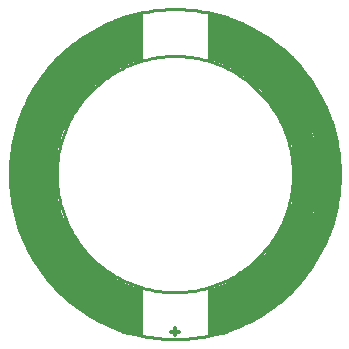
<source format=gbo>
G75*
%MOIN*%
%OFA0B0*%
%FSLAX25Y25*%
%IPPOS*%
%LPD*%
%AMOC8*
5,1,8,0,0,1.08239X$1,22.5*
%
%ADD10C,0.01000*%
%ADD11C,0.01500*%
%ADD12C,0.01200*%
D10*
X0044000Y0006500D02*
X0049000Y0021500D01*
X0050250Y0021500D01*
X0050250Y0005250D01*
X0044000Y0006500D01*
X0044037Y0006493D02*
X0050250Y0006493D01*
X0050250Y0007491D02*
X0044330Y0007491D01*
X0044663Y0008490D02*
X0050250Y0008490D01*
X0050250Y0009488D02*
X0044996Y0009488D01*
X0045329Y0010487D02*
X0050250Y0010487D01*
X0050250Y0011485D02*
X0045662Y0011485D01*
X0045995Y0012484D02*
X0050250Y0012484D01*
X0050250Y0013482D02*
X0046327Y0013482D01*
X0046660Y0014481D02*
X0050250Y0014481D01*
X0050250Y0015479D02*
X0046993Y0015479D01*
X0047326Y0016478D02*
X0050250Y0016478D01*
X0050250Y0017476D02*
X0047659Y0017476D01*
X0047992Y0018475D02*
X0050250Y0018475D01*
X0050250Y0019473D02*
X0048324Y0019473D01*
X0048657Y0020472D02*
X0050250Y0020472D01*
X0050250Y0021470D02*
X0048990Y0021470D01*
X0049030Y0005494D02*
X0050250Y0005494D01*
X0072750Y0005494D02*
X0073970Y0005494D01*
X0072750Y0005250D02*
X0079000Y0006500D01*
X0074000Y0021500D01*
X0072750Y0021500D01*
X0072750Y0005250D01*
X0072750Y0006493D02*
X0078963Y0006493D01*
X0078670Y0007491D02*
X0072750Y0007491D01*
X0072750Y0008490D02*
X0078337Y0008490D01*
X0078004Y0009488D02*
X0072750Y0009488D01*
X0072750Y0010487D02*
X0077671Y0010487D01*
X0077338Y0011485D02*
X0072750Y0011485D01*
X0072750Y0012484D02*
X0077005Y0012484D01*
X0076673Y0013482D02*
X0072750Y0013482D01*
X0072750Y0014481D02*
X0076340Y0014481D01*
X0076007Y0015479D02*
X0072750Y0015479D01*
X0072750Y0016478D02*
X0075674Y0016478D01*
X0075341Y0017476D02*
X0072750Y0017476D01*
X0072750Y0018475D02*
X0075008Y0018475D01*
X0074676Y0019473D02*
X0072750Y0019473D01*
X0072750Y0020472D02*
X0074343Y0020472D01*
X0074010Y0021470D02*
X0072750Y0021470D01*
X0022100Y0059000D02*
X0022112Y0059967D01*
X0022147Y0060933D01*
X0022207Y0061898D01*
X0022290Y0062862D01*
X0022396Y0063823D01*
X0022526Y0064781D01*
X0022680Y0065736D01*
X0022857Y0066687D01*
X0023057Y0067633D01*
X0023281Y0068573D01*
X0023527Y0069508D01*
X0023797Y0070437D01*
X0024089Y0071359D01*
X0024403Y0072273D01*
X0024740Y0073180D01*
X0025099Y0074078D01*
X0025480Y0074967D01*
X0025883Y0075846D01*
X0026307Y0076715D01*
X0026752Y0077573D01*
X0027219Y0078420D01*
X0027705Y0079256D01*
X0028213Y0080079D01*
X0028740Y0080889D01*
X0029287Y0081687D01*
X0029854Y0082471D01*
X0030439Y0083240D01*
X0031043Y0083995D01*
X0031666Y0084735D01*
X0032307Y0085459D01*
X0032965Y0086168D01*
X0033640Y0086860D01*
X0034332Y0087535D01*
X0035041Y0088193D01*
X0035765Y0088834D01*
X0036505Y0089457D01*
X0037260Y0090061D01*
X0038029Y0090646D01*
X0038813Y0091213D01*
X0039611Y0091760D01*
X0040421Y0092287D01*
X0041244Y0092795D01*
X0042080Y0093281D01*
X0042927Y0093748D01*
X0043785Y0094193D01*
X0044654Y0094617D01*
X0045533Y0095020D01*
X0046422Y0095401D01*
X0047320Y0095760D01*
X0048227Y0096097D01*
X0049141Y0096411D01*
X0050063Y0096703D01*
X0050992Y0096973D01*
X0051927Y0097219D01*
X0052867Y0097443D01*
X0053813Y0097643D01*
X0054764Y0097820D01*
X0055719Y0097974D01*
X0056677Y0098104D01*
X0057638Y0098210D01*
X0058602Y0098293D01*
X0059567Y0098353D01*
X0060533Y0098388D01*
X0061500Y0098400D01*
X0062467Y0098388D01*
X0063433Y0098353D01*
X0064398Y0098293D01*
X0065362Y0098210D01*
X0066323Y0098104D01*
X0067281Y0097974D01*
X0068236Y0097820D01*
X0069187Y0097643D01*
X0070133Y0097443D01*
X0071073Y0097219D01*
X0072008Y0096973D01*
X0072937Y0096703D01*
X0073859Y0096411D01*
X0074773Y0096097D01*
X0075680Y0095760D01*
X0076578Y0095401D01*
X0077467Y0095020D01*
X0078346Y0094617D01*
X0079215Y0094193D01*
X0080073Y0093748D01*
X0080920Y0093281D01*
X0081756Y0092795D01*
X0082579Y0092287D01*
X0083389Y0091760D01*
X0084187Y0091213D01*
X0084971Y0090646D01*
X0085740Y0090061D01*
X0086495Y0089457D01*
X0087235Y0088834D01*
X0087959Y0088193D01*
X0088668Y0087535D01*
X0089360Y0086860D01*
X0090035Y0086168D01*
X0090693Y0085459D01*
X0091334Y0084735D01*
X0091957Y0083995D01*
X0092561Y0083240D01*
X0093146Y0082471D01*
X0093713Y0081687D01*
X0094260Y0080889D01*
X0094787Y0080079D01*
X0095295Y0079256D01*
X0095781Y0078420D01*
X0096248Y0077573D01*
X0096693Y0076715D01*
X0097117Y0075846D01*
X0097520Y0074967D01*
X0097901Y0074078D01*
X0098260Y0073180D01*
X0098597Y0072273D01*
X0098911Y0071359D01*
X0099203Y0070437D01*
X0099473Y0069508D01*
X0099719Y0068573D01*
X0099943Y0067633D01*
X0100143Y0066687D01*
X0100320Y0065736D01*
X0100474Y0064781D01*
X0100604Y0063823D01*
X0100710Y0062862D01*
X0100793Y0061898D01*
X0100853Y0060933D01*
X0100888Y0059967D01*
X0100900Y0059000D01*
X0100888Y0058033D01*
X0100853Y0057067D01*
X0100793Y0056102D01*
X0100710Y0055138D01*
X0100604Y0054177D01*
X0100474Y0053219D01*
X0100320Y0052264D01*
X0100143Y0051313D01*
X0099943Y0050367D01*
X0099719Y0049427D01*
X0099473Y0048492D01*
X0099203Y0047563D01*
X0098911Y0046641D01*
X0098597Y0045727D01*
X0098260Y0044820D01*
X0097901Y0043922D01*
X0097520Y0043033D01*
X0097117Y0042154D01*
X0096693Y0041285D01*
X0096248Y0040427D01*
X0095781Y0039580D01*
X0095295Y0038744D01*
X0094787Y0037921D01*
X0094260Y0037111D01*
X0093713Y0036313D01*
X0093146Y0035529D01*
X0092561Y0034760D01*
X0091957Y0034005D01*
X0091334Y0033265D01*
X0090693Y0032541D01*
X0090035Y0031832D01*
X0089360Y0031140D01*
X0088668Y0030465D01*
X0087959Y0029807D01*
X0087235Y0029166D01*
X0086495Y0028543D01*
X0085740Y0027939D01*
X0084971Y0027354D01*
X0084187Y0026787D01*
X0083389Y0026240D01*
X0082579Y0025713D01*
X0081756Y0025205D01*
X0080920Y0024719D01*
X0080073Y0024252D01*
X0079215Y0023807D01*
X0078346Y0023383D01*
X0077467Y0022980D01*
X0076578Y0022599D01*
X0075680Y0022240D01*
X0074773Y0021903D01*
X0073859Y0021589D01*
X0072937Y0021297D01*
X0072008Y0021027D01*
X0071073Y0020781D01*
X0070133Y0020557D01*
X0069187Y0020357D01*
X0068236Y0020180D01*
X0067281Y0020026D01*
X0066323Y0019896D01*
X0065362Y0019790D01*
X0064398Y0019707D01*
X0063433Y0019647D01*
X0062467Y0019612D01*
X0061500Y0019600D01*
X0060533Y0019612D01*
X0059567Y0019647D01*
X0058602Y0019707D01*
X0057638Y0019790D01*
X0056677Y0019896D01*
X0055719Y0020026D01*
X0054764Y0020180D01*
X0053813Y0020357D01*
X0052867Y0020557D01*
X0051927Y0020781D01*
X0050992Y0021027D01*
X0050063Y0021297D01*
X0049141Y0021589D01*
X0048227Y0021903D01*
X0047320Y0022240D01*
X0046422Y0022599D01*
X0045533Y0022980D01*
X0044654Y0023383D01*
X0043785Y0023807D01*
X0042927Y0024252D01*
X0042080Y0024719D01*
X0041244Y0025205D01*
X0040421Y0025713D01*
X0039611Y0026240D01*
X0038813Y0026787D01*
X0038029Y0027354D01*
X0037260Y0027939D01*
X0036505Y0028543D01*
X0035765Y0029166D01*
X0035041Y0029807D01*
X0034332Y0030465D01*
X0033640Y0031140D01*
X0032965Y0031832D01*
X0032307Y0032541D01*
X0031666Y0033265D01*
X0031043Y0034005D01*
X0030439Y0034760D01*
X0029854Y0035529D01*
X0029287Y0036313D01*
X0028740Y0037111D01*
X0028213Y0037921D01*
X0027705Y0038744D01*
X0027219Y0039580D01*
X0026752Y0040427D01*
X0026307Y0041285D01*
X0025883Y0042154D01*
X0025480Y0043033D01*
X0025099Y0043922D01*
X0024740Y0044820D01*
X0024403Y0045727D01*
X0024089Y0046641D01*
X0023797Y0047563D01*
X0023527Y0048492D01*
X0023281Y0049427D01*
X0023057Y0050367D01*
X0022857Y0051313D01*
X0022680Y0052264D01*
X0022526Y0053219D01*
X0022396Y0054177D01*
X0022290Y0055138D01*
X0022207Y0056102D01*
X0022147Y0057067D01*
X0022112Y0058033D01*
X0022100Y0059000D01*
X0049000Y0096500D02*
X0044000Y0111500D01*
X0050250Y0112750D01*
X0050250Y0097750D01*
X0049000Y0096500D01*
X0048714Y0097357D02*
X0049857Y0097357D01*
X0050250Y0098356D02*
X0048381Y0098356D01*
X0048049Y0099354D02*
X0050250Y0099354D01*
X0050250Y0100353D02*
X0047716Y0100353D01*
X0047383Y0101351D02*
X0050250Y0101351D01*
X0050250Y0102350D02*
X0047050Y0102350D01*
X0046717Y0103348D02*
X0050250Y0103348D01*
X0050250Y0104347D02*
X0046384Y0104347D01*
X0046052Y0105345D02*
X0050250Y0105345D01*
X0050250Y0106344D02*
X0045719Y0106344D01*
X0045386Y0107342D02*
X0050250Y0107342D01*
X0050250Y0108341D02*
X0045053Y0108341D01*
X0044720Y0109339D02*
X0050250Y0109339D01*
X0050250Y0110338D02*
X0044387Y0110338D01*
X0044055Y0111336D02*
X0050250Y0111336D01*
X0050250Y0112335D02*
X0048174Y0112335D01*
X0072750Y0112335D02*
X0074826Y0112335D01*
X0072750Y0112750D02*
X0079000Y0111500D01*
X0074000Y0096500D01*
X0072750Y0097750D01*
X0072750Y0112750D01*
X0072750Y0111336D02*
X0078945Y0111336D01*
X0078613Y0110338D02*
X0072750Y0110338D01*
X0072750Y0109339D02*
X0078280Y0109339D01*
X0077947Y0108341D02*
X0072750Y0108341D01*
X0072750Y0107342D02*
X0077614Y0107342D01*
X0077281Y0106344D02*
X0072750Y0106344D01*
X0072750Y0105345D02*
X0076948Y0105345D01*
X0076616Y0104347D02*
X0072750Y0104347D01*
X0072750Y0103348D02*
X0076283Y0103348D01*
X0075950Y0102350D02*
X0072750Y0102350D01*
X0072750Y0101351D02*
X0075617Y0101351D01*
X0075284Y0100353D02*
X0072750Y0100353D01*
X0072750Y0099354D02*
X0074951Y0099354D01*
X0074619Y0098356D02*
X0072750Y0098356D01*
X0073143Y0097357D02*
X0074286Y0097357D01*
X0006500Y0059000D02*
X0006517Y0060350D01*
X0006566Y0061699D01*
X0006649Y0063046D01*
X0006765Y0064391D01*
X0006914Y0065733D01*
X0007095Y0067070D01*
X0007310Y0068403D01*
X0007557Y0069730D01*
X0007836Y0071051D01*
X0008148Y0072364D01*
X0008492Y0073669D01*
X0008868Y0074966D01*
X0009276Y0076252D01*
X0009715Y0077529D01*
X0010185Y0078794D01*
X0010687Y0080048D01*
X0011218Y0081288D01*
X0011781Y0082516D01*
X0012373Y0083729D01*
X0012994Y0084927D01*
X0013645Y0086109D01*
X0014325Y0087276D01*
X0015033Y0088425D01*
X0015769Y0089556D01*
X0016533Y0090669D01*
X0017324Y0091763D01*
X0018141Y0092838D01*
X0018984Y0093892D01*
X0019854Y0094925D01*
X0020748Y0095936D01*
X0021666Y0096925D01*
X0022609Y0097891D01*
X0023575Y0098834D01*
X0024564Y0099752D01*
X0025575Y0100646D01*
X0026608Y0101516D01*
X0027662Y0102359D01*
X0028737Y0103176D01*
X0029831Y0103967D01*
X0030944Y0104731D01*
X0032075Y0105467D01*
X0033224Y0106175D01*
X0034391Y0106855D01*
X0035573Y0107506D01*
X0036771Y0108127D01*
X0037984Y0108719D01*
X0039212Y0109282D01*
X0040452Y0109813D01*
X0041706Y0110315D01*
X0042971Y0110785D01*
X0044248Y0111224D01*
X0045534Y0111632D01*
X0046831Y0112008D01*
X0048136Y0112352D01*
X0049449Y0112664D01*
X0050770Y0112943D01*
X0052097Y0113190D01*
X0053430Y0113405D01*
X0054767Y0113586D01*
X0056109Y0113735D01*
X0057454Y0113851D01*
X0058801Y0113934D01*
X0060150Y0113983D01*
X0061500Y0114000D01*
X0062850Y0113983D01*
X0064199Y0113934D01*
X0065546Y0113851D01*
X0066891Y0113735D01*
X0068233Y0113586D01*
X0069570Y0113405D01*
X0070903Y0113190D01*
X0072230Y0112943D01*
X0073551Y0112664D01*
X0074864Y0112352D01*
X0076169Y0112008D01*
X0077466Y0111632D01*
X0078752Y0111224D01*
X0080029Y0110785D01*
X0081294Y0110315D01*
X0082548Y0109813D01*
X0083788Y0109282D01*
X0085016Y0108719D01*
X0086229Y0108127D01*
X0087427Y0107506D01*
X0088609Y0106855D01*
X0089776Y0106175D01*
X0090925Y0105467D01*
X0092056Y0104731D01*
X0093169Y0103967D01*
X0094263Y0103176D01*
X0095338Y0102359D01*
X0096392Y0101516D01*
X0097425Y0100646D01*
X0098436Y0099752D01*
X0099425Y0098834D01*
X0100391Y0097891D01*
X0101334Y0096925D01*
X0102252Y0095936D01*
X0103146Y0094925D01*
X0104016Y0093892D01*
X0104859Y0092838D01*
X0105676Y0091763D01*
X0106467Y0090669D01*
X0107231Y0089556D01*
X0107967Y0088425D01*
X0108675Y0087276D01*
X0109355Y0086109D01*
X0110006Y0084927D01*
X0110627Y0083729D01*
X0111219Y0082516D01*
X0111782Y0081288D01*
X0112313Y0080048D01*
X0112815Y0078794D01*
X0113285Y0077529D01*
X0113724Y0076252D01*
X0114132Y0074966D01*
X0114508Y0073669D01*
X0114852Y0072364D01*
X0115164Y0071051D01*
X0115443Y0069730D01*
X0115690Y0068403D01*
X0115905Y0067070D01*
X0116086Y0065733D01*
X0116235Y0064391D01*
X0116351Y0063046D01*
X0116434Y0061699D01*
X0116483Y0060350D01*
X0116500Y0059000D01*
X0116483Y0057650D01*
X0116434Y0056301D01*
X0116351Y0054954D01*
X0116235Y0053609D01*
X0116086Y0052267D01*
X0115905Y0050930D01*
X0115690Y0049597D01*
X0115443Y0048270D01*
X0115164Y0046949D01*
X0114852Y0045636D01*
X0114508Y0044331D01*
X0114132Y0043034D01*
X0113724Y0041748D01*
X0113285Y0040471D01*
X0112815Y0039206D01*
X0112313Y0037952D01*
X0111782Y0036712D01*
X0111219Y0035484D01*
X0110627Y0034271D01*
X0110006Y0033073D01*
X0109355Y0031891D01*
X0108675Y0030724D01*
X0107967Y0029575D01*
X0107231Y0028444D01*
X0106467Y0027331D01*
X0105676Y0026237D01*
X0104859Y0025162D01*
X0104016Y0024108D01*
X0103146Y0023075D01*
X0102252Y0022064D01*
X0101334Y0021075D01*
X0100391Y0020109D01*
X0099425Y0019166D01*
X0098436Y0018248D01*
X0097425Y0017354D01*
X0096392Y0016484D01*
X0095338Y0015641D01*
X0094263Y0014824D01*
X0093169Y0014033D01*
X0092056Y0013269D01*
X0090925Y0012533D01*
X0089776Y0011825D01*
X0088609Y0011145D01*
X0087427Y0010494D01*
X0086229Y0009873D01*
X0085016Y0009281D01*
X0083788Y0008718D01*
X0082548Y0008187D01*
X0081294Y0007685D01*
X0080029Y0007215D01*
X0078752Y0006776D01*
X0077466Y0006368D01*
X0076169Y0005992D01*
X0074864Y0005648D01*
X0073551Y0005336D01*
X0072230Y0005057D01*
X0070903Y0004810D01*
X0069570Y0004595D01*
X0068233Y0004414D01*
X0066891Y0004265D01*
X0065546Y0004149D01*
X0064199Y0004066D01*
X0062850Y0004017D01*
X0061500Y0004000D01*
X0060150Y0004017D01*
X0058801Y0004066D01*
X0057454Y0004149D01*
X0056109Y0004265D01*
X0054767Y0004414D01*
X0053430Y0004595D01*
X0052097Y0004810D01*
X0050770Y0005057D01*
X0049449Y0005336D01*
X0048136Y0005648D01*
X0046831Y0005992D01*
X0045534Y0006368D01*
X0044248Y0006776D01*
X0042971Y0007215D01*
X0041706Y0007685D01*
X0040452Y0008187D01*
X0039212Y0008718D01*
X0037984Y0009281D01*
X0036771Y0009873D01*
X0035573Y0010494D01*
X0034391Y0011145D01*
X0033224Y0011825D01*
X0032075Y0012533D01*
X0030944Y0013269D01*
X0029831Y0014033D01*
X0028737Y0014824D01*
X0027662Y0015641D01*
X0026608Y0016484D01*
X0025575Y0017354D01*
X0024564Y0018248D01*
X0023575Y0019166D01*
X0022609Y0020109D01*
X0021666Y0021075D01*
X0020748Y0022064D01*
X0019854Y0023075D01*
X0018984Y0024108D01*
X0018141Y0025162D01*
X0017324Y0026237D01*
X0016533Y0027331D01*
X0015769Y0028444D01*
X0015033Y0029575D01*
X0014325Y0030724D01*
X0013645Y0031891D01*
X0012994Y0033073D01*
X0012373Y0034271D01*
X0011781Y0035484D01*
X0011218Y0036712D01*
X0010687Y0037952D01*
X0010185Y0039206D01*
X0009715Y0040471D01*
X0009276Y0041748D01*
X0008868Y0043034D01*
X0008492Y0044331D01*
X0008148Y0045636D01*
X0007836Y0046949D01*
X0007557Y0048270D01*
X0007310Y0049597D01*
X0007095Y0050930D01*
X0006914Y0052267D01*
X0006765Y0053609D01*
X0006649Y0054954D01*
X0006566Y0056301D01*
X0006517Y0057650D01*
X0006500Y0059000D01*
D11*
X0079344Y0007839D02*
X0075074Y0020648D01*
X0075075Y0020647D02*
X0076005Y0020990D01*
X0076927Y0021354D01*
X0077840Y0021741D01*
X0078743Y0022151D01*
X0079635Y0022582D01*
X0080517Y0023034D01*
X0081388Y0023508D01*
X0082247Y0024004D01*
X0083094Y0024520D01*
X0083927Y0025056D01*
X0084748Y0025612D01*
X0085554Y0026189D01*
X0086347Y0026785D01*
X0087124Y0027400D01*
X0087887Y0028033D01*
X0088633Y0028686D01*
X0089364Y0029356D01*
X0090078Y0030043D01*
X0090775Y0030748D01*
X0091455Y0031470D01*
X0092117Y0032208D01*
X0092760Y0032962D01*
X0093386Y0033732D01*
X0093992Y0034516D01*
X0094579Y0035315D01*
X0095146Y0036128D01*
X0095693Y0036955D01*
X0096220Y0037794D01*
X0096727Y0038647D01*
X0097212Y0039511D01*
X0097677Y0040387D01*
X0098119Y0041274D01*
X0098540Y0042171D01*
X0098939Y0043079D01*
X0099316Y0043996D01*
X0099671Y0044922D01*
X0100002Y0045856D01*
X0100311Y0046798D01*
X0100597Y0047747D01*
X0100859Y0048703D01*
X0101099Y0049666D01*
X0101314Y0050633D01*
X0101506Y0051606D01*
X0101675Y0052583D01*
X0101819Y0053564D01*
X0101940Y0054548D01*
X0102036Y0055534D01*
X0102109Y0056523D01*
X0102157Y0057513D01*
X0102181Y0058504D01*
X0102181Y0059496D01*
X0102157Y0060487D01*
X0102109Y0061477D01*
X0102036Y0062466D01*
X0101940Y0063452D01*
X0101819Y0064436D01*
X0101675Y0065417D01*
X0101506Y0066394D01*
X0101314Y0067367D01*
X0101099Y0068334D01*
X0100859Y0069297D01*
X0100597Y0070253D01*
X0100311Y0071202D01*
X0100002Y0072144D01*
X0099671Y0073078D01*
X0099316Y0074004D01*
X0098939Y0074921D01*
X0098540Y0075829D01*
X0098119Y0076726D01*
X0097677Y0077613D01*
X0097212Y0078489D01*
X0096727Y0079353D01*
X0096220Y0080206D01*
X0095693Y0081045D01*
X0095146Y0081872D01*
X0094579Y0082685D01*
X0093992Y0083484D01*
X0093386Y0084268D01*
X0092760Y0085038D01*
X0092117Y0085792D01*
X0091455Y0086530D01*
X0090775Y0087252D01*
X0090078Y0087957D01*
X0089364Y0088644D01*
X0088633Y0089314D01*
X0087887Y0089967D01*
X0087124Y0090600D01*
X0086347Y0091215D01*
X0085554Y0091811D01*
X0084748Y0092388D01*
X0083927Y0092944D01*
X0083094Y0093480D01*
X0082247Y0093996D01*
X0081388Y0094492D01*
X0080517Y0094966D01*
X0079635Y0095418D01*
X0078743Y0095849D01*
X0077840Y0096259D01*
X0076927Y0096646D01*
X0076005Y0097010D01*
X0075075Y0097353D01*
X0079344Y0110161D01*
X0080590Y0109710D01*
X0081825Y0109228D01*
X0083047Y0108715D01*
X0084257Y0108174D01*
X0085452Y0107602D01*
X0086634Y0107002D01*
X0087800Y0106373D01*
X0088951Y0105716D01*
X0090085Y0105030D01*
X0091203Y0104317D01*
X0092302Y0103577D01*
X0093383Y0102811D01*
X0094445Y0102018D01*
X0095487Y0101199D01*
X0096509Y0100355D01*
X0097510Y0099487D01*
X0098490Y0098594D01*
X0099447Y0097677D01*
X0100381Y0096738D01*
X0101293Y0095776D01*
X0102180Y0094791D01*
X0103043Y0093786D01*
X0103882Y0092759D01*
X0104695Y0091713D01*
X0105482Y0090647D01*
X0106243Y0089561D01*
X0106977Y0088458D01*
X0107684Y0087337D01*
X0108363Y0086199D01*
X0109014Y0085045D01*
X0109637Y0083875D01*
X0110231Y0082690D01*
X0110796Y0081491D01*
X0111331Y0080279D01*
X0111836Y0079054D01*
X0112312Y0077817D01*
X0112757Y0076568D01*
X0113171Y0075310D01*
X0113555Y0074041D01*
X0113907Y0072763D01*
X0114228Y0071477D01*
X0114517Y0070184D01*
X0114775Y0068884D01*
X0115001Y0067578D01*
X0115194Y0066267D01*
X0115356Y0064952D01*
X0115486Y0063633D01*
X0115583Y0062311D01*
X0115648Y0060988D01*
X0115680Y0059663D01*
X0115680Y0058337D01*
X0115648Y0057012D01*
X0115583Y0055689D01*
X0115486Y0054367D01*
X0115356Y0053048D01*
X0115194Y0051733D01*
X0115001Y0050422D01*
X0114775Y0049116D01*
X0114517Y0047816D01*
X0114228Y0046523D01*
X0113907Y0045237D01*
X0113555Y0043959D01*
X0113171Y0042690D01*
X0112757Y0041432D01*
X0112312Y0040183D01*
X0111836Y0038946D01*
X0111331Y0037721D01*
X0110796Y0036509D01*
X0110231Y0035310D01*
X0109637Y0034125D01*
X0109014Y0032955D01*
X0108363Y0031801D01*
X0107684Y0030663D01*
X0106977Y0029542D01*
X0106243Y0028439D01*
X0105482Y0027353D01*
X0104695Y0026287D01*
X0103882Y0025241D01*
X0103043Y0024214D01*
X0102180Y0023209D01*
X0101293Y0022224D01*
X0100381Y0021262D01*
X0099447Y0020323D01*
X0098490Y0019406D01*
X0097510Y0018513D01*
X0096509Y0017645D01*
X0095487Y0016801D01*
X0094445Y0015982D01*
X0093383Y0015189D01*
X0092302Y0014423D01*
X0091203Y0013683D01*
X0090085Y0012970D01*
X0088951Y0012284D01*
X0087800Y0011627D01*
X0086634Y0010998D01*
X0085452Y0010398D01*
X0084257Y0009826D01*
X0083047Y0009285D01*
X0081825Y0008772D01*
X0080590Y0008290D01*
X0079344Y0007839D01*
X0078894Y0009190D01*
X0080107Y0009630D01*
X0081308Y0010100D01*
X0082498Y0010598D01*
X0083675Y0011126D01*
X0084839Y0011683D01*
X0085989Y0012268D01*
X0087124Y0012880D01*
X0088244Y0013521D01*
X0089348Y0014188D01*
X0090435Y0014882D01*
X0091505Y0015603D01*
X0092557Y0016350D01*
X0093591Y0017122D01*
X0094605Y0017919D01*
X0095600Y0018740D01*
X0096574Y0019586D01*
X0097527Y0020456D01*
X0098459Y0021348D01*
X0099368Y0022263D01*
X0100255Y0023200D01*
X0101119Y0024158D01*
X0101959Y0025137D01*
X0102775Y0026136D01*
X0103566Y0027155D01*
X0104332Y0028193D01*
X0105072Y0029250D01*
X0105787Y0030324D01*
X0106474Y0031415D01*
X0107135Y0032523D01*
X0107769Y0033647D01*
X0108375Y0034786D01*
X0108953Y0035939D01*
X0109503Y0037106D01*
X0110024Y0038286D01*
X0110516Y0039479D01*
X0110978Y0040683D01*
X0111411Y0041898D01*
X0111815Y0043124D01*
X0112188Y0044359D01*
X0112531Y0045602D01*
X0112843Y0046854D01*
X0113125Y0048113D01*
X0113375Y0049378D01*
X0113595Y0050650D01*
X0113784Y0051926D01*
X0113941Y0053206D01*
X0114067Y0054490D01*
X0114161Y0055777D01*
X0114225Y0057065D01*
X0114256Y0058355D01*
X0114256Y0059645D01*
X0114225Y0060935D01*
X0114161Y0062223D01*
X0114067Y0063510D01*
X0113941Y0064794D01*
X0113784Y0066074D01*
X0113595Y0067350D01*
X0113375Y0068622D01*
X0113125Y0069887D01*
X0112843Y0071146D01*
X0112531Y0072398D01*
X0112188Y0073641D01*
X0111815Y0074876D01*
X0111411Y0076102D01*
X0110978Y0077317D01*
X0110516Y0078521D01*
X0110024Y0079714D01*
X0109503Y0080894D01*
X0108953Y0082061D01*
X0108375Y0083214D01*
X0107769Y0084353D01*
X0107135Y0085477D01*
X0106474Y0086585D01*
X0105787Y0087676D01*
X0105072Y0088750D01*
X0104332Y0089807D01*
X0103566Y0090845D01*
X0102775Y0091864D01*
X0101959Y0092863D01*
X0101119Y0093842D01*
X0100255Y0094800D01*
X0099368Y0095737D01*
X0098459Y0096652D01*
X0097527Y0097544D01*
X0096574Y0098414D01*
X0095600Y0099260D01*
X0094605Y0100081D01*
X0093591Y0100878D01*
X0092557Y0101650D01*
X0091505Y0102397D01*
X0090435Y0103118D01*
X0089348Y0103812D01*
X0088244Y0104479D01*
X0087124Y0105120D01*
X0085989Y0105732D01*
X0084839Y0106317D01*
X0083675Y0106874D01*
X0082498Y0107402D01*
X0081308Y0107900D01*
X0080107Y0108370D01*
X0078894Y0108810D01*
X0078444Y0107459D01*
X0079623Y0107031D01*
X0080792Y0106573D01*
X0081949Y0106088D01*
X0083093Y0105574D01*
X0084225Y0105032D01*
X0085344Y0104463D01*
X0086448Y0103866D01*
X0087537Y0103243D01*
X0088610Y0102594D01*
X0089668Y0101918D01*
X0090708Y0101217D01*
X0091732Y0100490D01*
X0092737Y0099739D01*
X0093723Y0098963D01*
X0094690Y0098164D01*
X0095637Y0097341D01*
X0096564Y0096495D01*
X0097470Y0095627D01*
X0098355Y0094737D01*
X0099217Y0093825D01*
X0100057Y0092893D01*
X0100874Y0091940D01*
X0101667Y0090968D01*
X0102437Y0089977D01*
X0103182Y0088967D01*
X0103902Y0087939D01*
X0104596Y0086894D01*
X0105265Y0085833D01*
X0105908Y0084755D01*
X0106524Y0083662D01*
X0107114Y0082554D01*
X0107676Y0081432D01*
X0108210Y0080297D01*
X0108717Y0079149D01*
X0109195Y0077988D01*
X0109645Y0076817D01*
X0110066Y0075635D01*
X0110458Y0074443D01*
X0110821Y0073242D01*
X0111154Y0072032D01*
X0111458Y0070814D01*
X0111732Y0069590D01*
X0111976Y0068359D01*
X0112189Y0067122D01*
X0112373Y0065881D01*
X0112526Y0064636D01*
X0112648Y0063387D01*
X0112740Y0062135D01*
X0112801Y0060882D01*
X0112832Y0059627D01*
X0112832Y0058373D01*
X0112801Y0057118D01*
X0112740Y0055865D01*
X0112648Y0054613D01*
X0112526Y0053364D01*
X0112373Y0052119D01*
X0112189Y0050878D01*
X0111976Y0049641D01*
X0111732Y0048410D01*
X0111458Y0047186D01*
X0111154Y0045968D01*
X0110821Y0044758D01*
X0110458Y0043557D01*
X0110066Y0042365D01*
X0109645Y0041183D01*
X0109195Y0040012D01*
X0108717Y0038851D01*
X0108210Y0037703D01*
X0107676Y0036568D01*
X0107114Y0035446D01*
X0106524Y0034338D01*
X0105908Y0033245D01*
X0105265Y0032167D01*
X0104596Y0031106D01*
X0103902Y0030061D01*
X0103182Y0029033D01*
X0102437Y0028023D01*
X0101667Y0027032D01*
X0100874Y0026060D01*
X0100057Y0025107D01*
X0099217Y0024175D01*
X0098355Y0023263D01*
X0097470Y0022373D01*
X0096564Y0021505D01*
X0095637Y0020659D01*
X0094690Y0019836D01*
X0093723Y0019037D01*
X0092737Y0018261D01*
X0091732Y0017510D01*
X0090708Y0016783D01*
X0089668Y0016082D01*
X0088610Y0015406D01*
X0087537Y0014757D01*
X0086448Y0014134D01*
X0085344Y0013537D01*
X0084225Y0012968D01*
X0083093Y0012426D01*
X0081949Y0011912D01*
X0080792Y0011427D01*
X0079623Y0010969D01*
X0078444Y0010541D01*
X0077993Y0011892D01*
X0079139Y0012309D01*
X0080275Y0012754D01*
X0081399Y0013226D01*
X0082512Y0013726D01*
X0083612Y0014253D01*
X0084698Y0014807D01*
X0085771Y0015387D01*
X0086830Y0015993D01*
X0087873Y0016625D01*
X0088900Y0017282D01*
X0089912Y0017964D01*
X0090906Y0018670D01*
X0091882Y0019401D01*
X0092841Y0020155D01*
X0093781Y0020932D01*
X0094701Y0021732D01*
X0095602Y0022555D01*
X0096482Y0023399D01*
X0097342Y0024264D01*
X0098180Y0025150D01*
X0098996Y0026056D01*
X0099789Y0026982D01*
X0100560Y0027928D01*
X0101308Y0028891D01*
X0102032Y0029873D01*
X0102731Y0030872D01*
X0103406Y0031888D01*
X0104056Y0032920D01*
X0104681Y0033967D01*
X0105279Y0035030D01*
X0105852Y0036107D01*
X0106398Y0037197D01*
X0106917Y0038301D01*
X0107410Y0039417D01*
X0107874Y0040544D01*
X0108312Y0041683D01*
X0108721Y0042832D01*
X0109102Y0043990D01*
X0109454Y0045158D01*
X0109778Y0046334D01*
X0110073Y0047517D01*
X0110339Y0048707D01*
X0110576Y0049904D01*
X0110784Y0051106D01*
X0110962Y0052312D01*
X0111111Y0053523D01*
X0111230Y0054736D01*
X0111319Y0055953D01*
X0111378Y0057171D01*
X0111408Y0058390D01*
X0111408Y0059610D01*
X0111378Y0060829D01*
X0111319Y0062047D01*
X0111230Y0063264D01*
X0111111Y0064477D01*
X0110962Y0065688D01*
X0110784Y0066894D01*
X0110576Y0068096D01*
X0110339Y0069293D01*
X0110073Y0070483D01*
X0109778Y0071666D01*
X0109454Y0072842D01*
X0109102Y0074010D01*
X0108721Y0075168D01*
X0108312Y0076317D01*
X0107874Y0077456D01*
X0107410Y0078583D01*
X0106917Y0079699D01*
X0106398Y0080803D01*
X0105852Y0081893D01*
X0105279Y0082970D01*
X0104681Y0084033D01*
X0104056Y0085080D01*
X0103406Y0086112D01*
X0102731Y0087128D01*
X0102032Y0088127D01*
X0101308Y0089109D01*
X0100560Y0090072D01*
X0099789Y0091018D01*
X0098996Y0091944D01*
X0098180Y0092850D01*
X0097342Y0093736D01*
X0096482Y0094601D01*
X0095602Y0095445D01*
X0094701Y0096268D01*
X0093781Y0097068D01*
X0092841Y0097845D01*
X0091882Y0098599D01*
X0090906Y0099330D01*
X0089912Y0100036D01*
X0088900Y0100718D01*
X0087873Y0101375D01*
X0086830Y0102007D01*
X0085771Y0102613D01*
X0084698Y0103193D01*
X0083612Y0103747D01*
X0082512Y0104274D01*
X0081399Y0104774D01*
X0080275Y0105246D01*
X0079139Y0105691D01*
X0077993Y0106108D01*
X0077543Y0104757D01*
X0078656Y0104352D01*
X0079758Y0103919D01*
X0080850Y0103460D01*
X0081930Y0102974D01*
X0082998Y0102462D01*
X0084053Y0101924D01*
X0085095Y0101360D01*
X0086123Y0100771D01*
X0087135Y0100157D01*
X0088133Y0099519D01*
X0089115Y0098856D01*
X0090080Y0098170D01*
X0091028Y0097460D01*
X0091959Y0096727D01*
X0092871Y0095972D01*
X0093765Y0095195D01*
X0094639Y0094396D01*
X0095494Y0093576D01*
X0096328Y0092735D01*
X0097142Y0091875D01*
X0097934Y0090994D01*
X0098705Y0090095D01*
X0099453Y0089177D01*
X0100179Y0088241D01*
X0100882Y0087287D01*
X0101561Y0086317D01*
X0102216Y0085330D01*
X0102847Y0084328D01*
X0103453Y0083311D01*
X0104035Y0082279D01*
X0104590Y0081233D01*
X0105121Y0080174D01*
X0105625Y0079102D01*
X0106103Y0078018D01*
X0106554Y0076923D01*
X0106978Y0075817D01*
X0107375Y0074702D01*
X0107745Y0073576D01*
X0108087Y0072443D01*
X0108402Y0071301D01*
X0108688Y0070151D01*
X0108947Y0068995D01*
X0109177Y0067834D01*
X0109378Y0066666D01*
X0109551Y0065495D01*
X0109695Y0064319D01*
X0109811Y0063140D01*
X0109898Y0061959D01*
X0109955Y0060776D01*
X0109984Y0059592D01*
X0109984Y0058408D01*
X0109955Y0057224D01*
X0109898Y0056041D01*
X0109811Y0054860D01*
X0109695Y0053681D01*
X0109551Y0052505D01*
X0109378Y0051334D01*
X0109177Y0050166D01*
X0108947Y0049005D01*
X0108688Y0047849D01*
X0108402Y0046699D01*
X0108087Y0045557D01*
X0107745Y0044424D01*
X0107375Y0043298D01*
X0106978Y0042183D01*
X0106554Y0041077D01*
X0106103Y0039982D01*
X0105625Y0038898D01*
X0105121Y0037826D01*
X0104590Y0036767D01*
X0104035Y0035721D01*
X0103453Y0034689D01*
X0102847Y0033672D01*
X0102216Y0032670D01*
X0101561Y0031683D01*
X0100882Y0030713D01*
X0100179Y0029759D01*
X0099453Y0028823D01*
X0098705Y0027905D01*
X0097934Y0027006D01*
X0097142Y0026125D01*
X0096328Y0025265D01*
X0095494Y0024424D01*
X0094639Y0023604D01*
X0093765Y0022805D01*
X0092871Y0022028D01*
X0091959Y0021273D01*
X0091028Y0020540D01*
X0090080Y0019830D01*
X0089115Y0019144D01*
X0088133Y0018481D01*
X0087135Y0017843D01*
X0086123Y0017229D01*
X0085095Y0016640D01*
X0084053Y0016076D01*
X0082998Y0015538D01*
X0081930Y0015026D01*
X0080850Y0014540D01*
X0079758Y0014081D01*
X0078656Y0013648D01*
X0077543Y0013243D01*
X0077093Y0014594D01*
X0078172Y0014988D01*
X0079242Y0015408D01*
X0080301Y0015854D01*
X0081349Y0016326D01*
X0082385Y0016824D01*
X0083408Y0017346D01*
X0084419Y0017893D01*
X0085415Y0018465D01*
X0086398Y0019061D01*
X0087366Y0019681D01*
X0088318Y0020324D01*
X0089254Y0020990D01*
X0090174Y0021679D01*
X0091077Y0022391D01*
X0091962Y0023124D01*
X0092829Y0023878D01*
X0093677Y0024654D01*
X0094506Y0025449D01*
X0095315Y0026265D01*
X0096104Y0027101D01*
X0096873Y0027955D01*
X0097620Y0028828D01*
X0098346Y0029719D01*
X0099050Y0030627D01*
X0099732Y0031552D01*
X0100390Y0032494D01*
X0101026Y0033451D01*
X0101638Y0034424D01*
X0102226Y0035411D01*
X0102790Y0036413D01*
X0103329Y0037428D01*
X0103843Y0038455D01*
X0104332Y0039495D01*
X0104796Y0040547D01*
X0105233Y0041609D01*
X0105645Y0042682D01*
X0106030Y0043765D01*
X0106389Y0044857D01*
X0106721Y0045957D01*
X0107026Y0047065D01*
X0107303Y0048180D01*
X0107554Y0049302D01*
X0107777Y0050429D01*
X0107972Y0051561D01*
X0108140Y0052698D01*
X0108280Y0053839D01*
X0108392Y0054983D01*
X0108476Y0056129D01*
X0108532Y0057277D01*
X0108560Y0058425D01*
X0108560Y0059575D01*
X0108532Y0060723D01*
X0108476Y0061871D01*
X0108392Y0063017D01*
X0108280Y0064161D01*
X0108140Y0065302D01*
X0107972Y0066439D01*
X0107777Y0067571D01*
X0107554Y0068698D01*
X0107303Y0069820D01*
X0107026Y0070935D01*
X0106721Y0072043D01*
X0106389Y0073143D01*
X0106030Y0074235D01*
X0105645Y0075318D01*
X0105233Y0076391D01*
X0104796Y0077453D01*
X0104332Y0078505D01*
X0103843Y0079545D01*
X0103329Y0080572D01*
X0102790Y0081587D01*
X0102226Y0082589D01*
X0101638Y0083576D01*
X0101026Y0084549D01*
X0100390Y0085506D01*
X0099732Y0086448D01*
X0099050Y0087373D01*
X0098346Y0088281D01*
X0097620Y0089172D01*
X0096873Y0090045D01*
X0096104Y0090899D01*
X0095315Y0091735D01*
X0094506Y0092551D01*
X0093677Y0093346D01*
X0092829Y0094122D01*
X0091962Y0094876D01*
X0091077Y0095609D01*
X0090174Y0096321D01*
X0089254Y0097010D01*
X0088318Y0097676D01*
X0087366Y0098319D01*
X0086398Y0098939D01*
X0085415Y0099535D01*
X0084419Y0100107D01*
X0083408Y0100654D01*
X0082385Y0101176D01*
X0081349Y0101674D01*
X0080301Y0102146D01*
X0079242Y0102592D01*
X0078172Y0103012D01*
X0077093Y0103406D01*
X0076642Y0102055D01*
X0077688Y0101673D01*
X0078725Y0101265D01*
X0079751Y0100832D01*
X0080767Y0100374D01*
X0081771Y0099891D01*
X0082763Y0099384D01*
X0083742Y0098853D01*
X0084708Y0098299D01*
X0085660Y0097721D01*
X0086598Y0097119D01*
X0087521Y0096496D01*
X0088428Y0095849D01*
X0089320Y0095181D01*
X0090194Y0094491D01*
X0091052Y0093780D01*
X0091892Y0093049D01*
X0092714Y0092297D01*
X0093517Y0091525D01*
X0094302Y0090734D01*
X0095066Y0089924D01*
X0095811Y0089096D01*
X0096535Y0088249D01*
X0097239Y0087386D01*
X0097921Y0086505D01*
X0098581Y0085608D01*
X0099220Y0084695D01*
X0099836Y0083767D01*
X0100429Y0082824D01*
X0100999Y0081867D01*
X0101545Y0080896D01*
X0102067Y0079912D01*
X0102566Y0078916D01*
X0103039Y0077907D01*
X0103488Y0076888D01*
X0103913Y0075858D01*
X0104311Y0074818D01*
X0104685Y0073768D01*
X0105032Y0072710D01*
X0105354Y0071643D01*
X0105649Y0070569D01*
X0105919Y0069488D01*
X0106161Y0068401D01*
X0106377Y0067308D01*
X0106567Y0066211D01*
X0106729Y0065109D01*
X0106865Y0064003D01*
X0106974Y0062894D01*
X0107055Y0061783D01*
X0107109Y0060671D01*
X0107137Y0059557D01*
X0107137Y0058443D01*
X0107109Y0057329D01*
X0107055Y0056217D01*
X0106974Y0055106D01*
X0106865Y0053997D01*
X0106729Y0052891D01*
X0106567Y0051789D01*
X0106377Y0050692D01*
X0106161Y0049599D01*
X0105919Y0048512D01*
X0105649Y0047431D01*
X0105354Y0046357D01*
X0105032Y0045290D01*
X0104685Y0044232D01*
X0104311Y0043182D01*
X0103913Y0042142D01*
X0103488Y0041112D01*
X0103039Y0040093D01*
X0102566Y0039084D01*
X0102067Y0038088D01*
X0101545Y0037104D01*
X0100999Y0036133D01*
X0100429Y0035176D01*
X0099836Y0034233D01*
X0099220Y0033305D01*
X0098581Y0032392D01*
X0097921Y0031495D01*
X0097239Y0030614D01*
X0096535Y0029751D01*
X0095811Y0028904D01*
X0095066Y0028076D01*
X0094302Y0027266D01*
X0093517Y0026475D01*
X0092714Y0025703D01*
X0091892Y0024951D01*
X0091052Y0024220D01*
X0090194Y0023509D01*
X0089320Y0022819D01*
X0088428Y0022151D01*
X0087521Y0021504D01*
X0086598Y0020881D01*
X0085660Y0020279D01*
X0084708Y0019701D01*
X0083742Y0019147D01*
X0082763Y0018616D01*
X0081771Y0018109D01*
X0080767Y0017626D01*
X0079751Y0017168D01*
X0078725Y0016735D01*
X0077688Y0016327D01*
X0076642Y0015945D01*
X0076192Y0017296D01*
X0077205Y0017667D01*
X0078208Y0018062D01*
X0079202Y0018482D01*
X0080185Y0018926D01*
X0081157Y0019394D01*
X0082118Y0019885D01*
X0083066Y0020400D01*
X0084001Y0020937D01*
X0084923Y0021498D01*
X0085831Y0022080D01*
X0086724Y0022685D01*
X0087603Y0023311D01*
X0088466Y0023958D01*
X0089312Y0024627D01*
X0090143Y0025315D01*
X0090956Y0026024D01*
X0091752Y0026753D01*
X0092529Y0027500D01*
X0093288Y0028266D01*
X0094029Y0029051D01*
X0094750Y0029854D01*
X0095451Y0030673D01*
X0096132Y0031510D01*
X0096792Y0032363D01*
X0097431Y0033232D01*
X0098049Y0034116D01*
X0098645Y0035015D01*
X0099220Y0035929D01*
X0099771Y0036856D01*
X0100300Y0037796D01*
X0100806Y0038749D01*
X0101288Y0039714D01*
X0101747Y0040690D01*
X0102181Y0041677D01*
X0102592Y0042675D01*
X0102978Y0043682D01*
X0103339Y0044699D01*
X0103676Y0045723D01*
X0103987Y0046756D01*
X0104273Y0047796D01*
X0104534Y0048843D01*
X0104769Y0049896D01*
X0104978Y0050954D01*
X0105161Y0052017D01*
X0105319Y0053085D01*
X0105450Y0054155D01*
X0105555Y0055229D01*
X0105634Y0056305D01*
X0105686Y0057382D01*
X0105713Y0058461D01*
X0105713Y0059539D01*
X0105686Y0060618D01*
X0105634Y0061695D01*
X0105555Y0062771D01*
X0105450Y0063845D01*
X0105319Y0064915D01*
X0105161Y0065983D01*
X0104978Y0067046D01*
X0104769Y0068104D01*
X0104534Y0069157D01*
X0104273Y0070204D01*
X0103987Y0071244D01*
X0103676Y0072277D01*
X0103339Y0073301D01*
X0102978Y0074318D01*
X0102592Y0075325D01*
X0102181Y0076323D01*
X0101747Y0077310D01*
X0101288Y0078286D01*
X0100806Y0079251D01*
X0100300Y0080204D01*
X0099771Y0081144D01*
X0099220Y0082071D01*
X0098645Y0082985D01*
X0098049Y0083884D01*
X0097431Y0084768D01*
X0096792Y0085637D01*
X0096132Y0086490D01*
X0095451Y0087327D01*
X0094750Y0088146D01*
X0094029Y0088949D01*
X0093288Y0089734D01*
X0092529Y0090500D01*
X0091752Y0091247D01*
X0090956Y0091976D01*
X0090143Y0092685D01*
X0089312Y0093373D01*
X0088466Y0094042D01*
X0087603Y0094689D01*
X0086724Y0095315D01*
X0085831Y0095920D01*
X0084923Y0096502D01*
X0084001Y0097063D01*
X0083066Y0097600D01*
X0082118Y0098115D01*
X0081157Y0098606D01*
X0080185Y0099074D01*
X0079202Y0099518D01*
X0078208Y0099938D01*
X0077205Y0100333D01*
X0076192Y0100704D01*
X0075741Y0099353D01*
X0076721Y0098993D01*
X0077692Y0098610D01*
X0078653Y0098204D01*
X0079604Y0097774D01*
X0080544Y0097321D01*
X0081473Y0096845D01*
X0082389Y0096347D01*
X0083294Y0095826D01*
X0084185Y0095284D01*
X0085063Y0094720D01*
X0085927Y0094135D01*
X0086777Y0093529D01*
X0087611Y0092902D01*
X0088430Y0092255D01*
X0089233Y0091589D01*
X0090020Y0090903D01*
X0090789Y0090198D01*
X0091541Y0089474D01*
X0092275Y0088733D01*
X0092991Y0087974D01*
X0093688Y0087197D01*
X0094366Y0086404D01*
X0095025Y0085594D01*
X0095663Y0084769D01*
X0096281Y0083928D01*
X0096879Y0083073D01*
X0097455Y0082203D01*
X0098010Y0081319D01*
X0098544Y0080422D01*
X0099055Y0079513D01*
X0099544Y0078591D01*
X0100010Y0077657D01*
X0100454Y0076713D01*
X0100874Y0075758D01*
X0101271Y0074793D01*
X0101644Y0073818D01*
X0101994Y0072835D01*
X0102319Y0071843D01*
X0102620Y0070844D01*
X0102897Y0069838D01*
X0103149Y0068825D01*
X0103376Y0067807D01*
X0103578Y0066783D01*
X0103756Y0065755D01*
X0103908Y0064722D01*
X0104035Y0063687D01*
X0104136Y0062648D01*
X0104212Y0061607D01*
X0104263Y0060565D01*
X0104289Y0059522D01*
X0104289Y0058478D01*
X0104263Y0057435D01*
X0104212Y0056393D01*
X0104136Y0055352D01*
X0104035Y0054313D01*
X0103908Y0053278D01*
X0103756Y0052245D01*
X0103578Y0051217D01*
X0103376Y0050193D01*
X0103149Y0049175D01*
X0102897Y0048162D01*
X0102620Y0047156D01*
X0102319Y0046157D01*
X0101994Y0045165D01*
X0101644Y0044182D01*
X0101271Y0043207D01*
X0100874Y0042242D01*
X0100454Y0041287D01*
X0100010Y0040343D01*
X0099544Y0039409D01*
X0099055Y0038487D01*
X0098544Y0037578D01*
X0098010Y0036681D01*
X0097455Y0035797D01*
X0096879Y0034927D01*
X0096281Y0034072D01*
X0095663Y0033231D01*
X0095025Y0032406D01*
X0094366Y0031596D01*
X0093688Y0030803D01*
X0092991Y0030026D01*
X0092275Y0029267D01*
X0091541Y0028526D01*
X0090789Y0027802D01*
X0090020Y0027097D01*
X0089233Y0026411D01*
X0088430Y0025745D01*
X0087611Y0025098D01*
X0086777Y0024471D01*
X0085927Y0023865D01*
X0085063Y0023280D01*
X0084185Y0022716D01*
X0083294Y0022174D01*
X0082389Y0021653D01*
X0081473Y0021155D01*
X0080544Y0020679D01*
X0079604Y0020226D01*
X0078653Y0019796D01*
X0077692Y0019390D01*
X0076721Y0019007D01*
X0075741Y0018647D01*
X0075291Y0019998D01*
X0076237Y0020346D01*
X0077175Y0020717D01*
X0078104Y0021110D01*
X0079022Y0021526D01*
X0079930Y0021964D01*
X0080827Y0022425D01*
X0081713Y0022906D01*
X0082587Y0023410D01*
X0083448Y0023934D01*
X0084296Y0024480D01*
X0085131Y0025045D01*
X0085951Y0025632D01*
X0086757Y0026237D01*
X0087548Y0026863D01*
X0088324Y0027507D01*
X0089083Y0028170D01*
X0089826Y0028852D01*
X0090553Y0029551D01*
X0091262Y0030268D01*
X0091953Y0031002D01*
X0092627Y0031752D01*
X0093281Y0032519D01*
X0093917Y0033301D01*
X0094534Y0034099D01*
X0095131Y0034912D01*
X0095708Y0035738D01*
X0096265Y0036579D01*
X0096801Y0037433D01*
X0097316Y0038300D01*
X0097810Y0039179D01*
X0098283Y0040070D01*
X0098733Y0040972D01*
X0099161Y0041885D01*
X0099567Y0042808D01*
X0099951Y0043740D01*
X0100311Y0044682D01*
X0100649Y0045632D01*
X0100963Y0046590D01*
X0101253Y0047555D01*
X0101521Y0048528D01*
X0101764Y0049506D01*
X0101983Y0050490D01*
X0102179Y0051480D01*
X0102350Y0052473D01*
X0102497Y0053471D01*
X0102619Y0054472D01*
X0102718Y0055475D01*
X0102791Y0056481D01*
X0102840Y0057488D01*
X0102865Y0058496D01*
X0102865Y0059504D01*
X0102840Y0060512D01*
X0102791Y0061519D01*
X0102718Y0062525D01*
X0102619Y0063528D01*
X0102497Y0064529D01*
X0102350Y0065527D01*
X0102179Y0066520D01*
X0101983Y0067510D01*
X0101764Y0068494D01*
X0101521Y0069472D01*
X0101253Y0070445D01*
X0100963Y0071410D01*
X0100649Y0072368D01*
X0100311Y0073318D01*
X0099951Y0074260D01*
X0099567Y0075192D01*
X0099161Y0076115D01*
X0098733Y0077028D01*
X0098283Y0077930D01*
X0097810Y0078821D01*
X0097316Y0079700D01*
X0096801Y0080567D01*
X0096265Y0081421D01*
X0095708Y0082262D01*
X0095131Y0083088D01*
X0094534Y0083901D01*
X0093917Y0084699D01*
X0093281Y0085481D01*
X0092627Y0086248D01*
X0091953Y0086998D01*
X0091262Y0087732D01*
X0090553Y0088449D01*
X0089826Y0089148D01*
X0089083Y0089830D01*
X0088324Y0090493D01*
X0087548Y0091137D01*
X0086757Y0091763D01*
X0085951Y0092368D01*
X0085131Y0092955D01*
X0084296Y0093520D01*
X0083448Y0094066D01*
X0082587Y0094590D01*
X0081713Y0095094D01*
X0080827Y0095575D01*
X0079930Y0096036D01*
X0079022Y0096474D01*
X0078104Y0096890D01*
X0077175Y0097283D01*
X0076237Y0097654D01*
X0075291Y0098002D01*
X0043656Y0110161D02*
X0047926Y0097352D01*
X0047925Y0097353D02*
X0046995Y0097010D01*
X0046073Y0096646D01*
X0045160Y0096259D01*
X0044257Y0095849D01*
X0043365Y0095418D01*
X0042483Y0094966D01*
X0041612Y0094492D01*
X0040753Y0093996D01*
X0039906Y0093480D01*
X0039073Y0092944D01*
X0038252Y0092388D01*
X0037446Y0091811D01*
X0036653Y0091215D01*
X0035876Y0090600D01*
X0035113Y0089967D01*
X0034367Y0089314D01*
X0033636Y0088644D01*
X0032922Y0087957D01*
X0032225Y0087252D01*
X0031545Y0086530D01*
X0030883Y0085792D01*
X0030240Y0085038D01*
X0029614Y0084268D01*
X0029008Y0083484D01*
X0028421Y0082685D01*
X0027854Y0081872D01*
X0027307Y0081045D01*
X0026780Y0080206D01*
X0026273Y0079353D01*
X0025788Y0078489D01*
X0025323Y0077613D01*
X0024881Y0076726D01*
X0024460Y0075829D01*
X0024061Y0074921D01*
X0023684Y0074004D01*
X0023329Y0073078D01*
X0022998Y0072144D01*
X0022689Y0071202D01*
X0022403Y0070253D01*
X0022141Y0069297D01*
X0021901Y0068334D01*
X0021686Y0067367D01*
X0021494Y0066394D01*
X0021325Y0065417D01*
X0021181Y0064436D01*
X0021060Y0063452D01*
X0020964Y0062466D01*
X0020891Y0061477D01*
X0020843Y0060487D01*
X0020819Y0059496D01*
X0020819Y0058504D01*
X0020843Y0057513D01*
X0020891Y0056523D01*
X0020964Y0055534D01*
X0021060Y0054548D01*
X0021181Y0053564D01*
X0021325Y0052583D01*
X0021494Y0051606D01*
X0021686Y0050633D01*
X0021901Y0049666D01*
X0022141Y0048703D01*
X0022403Y0047747D01*
X0022689Y0046798D01*
X0022998Y0045856D01*
X0023329Y0044922D01*
X0023684Y0043996D01*
X0024061Y0043079D01*
X0024460Y0042171D01*
X0024881Y0041274D01*
X0025323Y0040387D01*
X0025788Y0039511D01*
X0026273Y0038647D01*
X0026780Y0037794D01*
X0027307Y0036955D01*
X0027854Y0036128D01*
X0028421Y0035315D01*
X0029008Y0034516D01*
X0029614Y0033732D01*
X0030240Y0032962D01*
X0030883Y0032208D01*
X0031545Y0031470D01*
X0032225Y0030748D01*
X0032922Y0030043D01*
X0033636Y0029356D01*
X0034367Y0028686D01*
X0035113Y0028033D01*
X0035876Y0027400D01*
X0036653Y0026785D01*
X0037446Y0026189D01*
X0038252Y0025612D01*
X0039073Y0025056D01*
X0039906Y0024520D01*
X0040753Y0024004D01*
X0041612Y0023508D01*
X0042483Y0023034D01*
X0043365Y0022582D01*
X0044257Y0022151D01*
X0045160Y0021741D01*
X0046073Y0021354D01*
X0046995Y0020990D01*
X0047925Y0020647D01*
X0043656Y0007839D01*
X0042410Y0008290D01*
X0041175Y0008772D01*
X0039953Y0009285D01*
X0038743Y0009826D01*
X0037548Y0010398D01*
X0036366Y0010998D01*
X0035200Y0011627D01*
X0034049Y0012284D01*
X0032915Y0012970D01*
X0031797Y0013683D01*
X0030698Y0014423D01*
X0029617Y0015189D01*
X0028555Y0015982D01*
X0027513Y0016801D01*
X0026491Y0017645D01*
X0025490Y0018513D01*
X0024510Y0019406D01*
X0023553Y0020323D01*
X0022619Y0021262D01*
X0021707Y0022224D01*
X0020820Y0023209D01*
X0019957Y0024214D01*
X0019118Y0025241D01*
X0018305Y0026287D01*
X0017518Y0027353D01*
X0016757Y0028439D01*
X0016023Y0029542D01*
X0015316Y0030663D01*
X0014637Y0031801D01*
X0013986Y0032955D01*
X0013363Y0034125D01*
X0012769Y0035310D01*
X0012204Y0036509D01*
X0011669Y0037721D01*
X0011164Y0038946D01*
X0010688Y0040183D01*
X0010243Y0041432D01*
X0009829Y0042690D01*
X0009445Y0043959D01*
X0009093Y0045237D01*
X0008772Y0046523D01*
X0008483Y0047816D01*
X0008225Y0049116D01*
X0007999Y0050422D01*
X0007806Y0051733D01*
X0007644Y0053048D01*
X0007514Y0054367D01*
X0007417Y0055689D01*
X0007352Y0057012D01*
X0007320Y0058337D01*
X0007320Y0059663D01*
X0007352Y0060988D01*
X0007417Y0062311D01*
X0007514Y0063633D01*
X0007644Y0064952D01*
X0007806Y0066267D01*
X0007999Y0067578D01*
X0008225Y0068884D01*
X0008483Y0070184D01*
X0008772Y0071477D01*
X0009093Y0072763D01*
X0009445Y0074041D01*
X0009829Y0075310D01*
X0010243Y0076568D01*
X0010688Y0077817D01*
X0011164Y0079054D01*
X0011669Y0080279D01*
X0012204Y0081491D01*
X0012769Y0082690D01*
X0013363Y0083875D01*
X0013986Y0085045D01*
X0014637Y0086199D01*
X0015316Y0087337D01*
X0016023Y0088458D01*
X0016757Y0089561D01*
X0017518Y0090647D01*
X0018305Y0091713D01*
X0019118Y0092759D01*
X0019957Y0093786D01*
X0020820Y0094791D01*
X0021707Y0095776D01*
X0022619Y0096738D01*
X0023553Y0097677D01*
X0024510Y0098594D01*
X0025490Y0099487D01*
X0026491Y0100355D01*
X0027513Y0101199D01*
X0028555Y0102018D01*
X0029617Y0102811D01*
X0030698Y0103577D01*
X0031797Y0104317D01*
X0032915Y0105030D01*
X0034049Y0105716D01*
X0035200Y0106373D01*
X0036366Y0107002D01*
X0037548Y0107602D01*
X0038743Y0108174D01*
X0039953Y0108715D01*
X0041175Y0109228D01*
X0042410Y0109710D01*
X0043656Y0110161D01*
X0044106Y0108810D01*
X0042893Y0108370D01*
X0041692Y0107900D01*
X0040502Y0107402D01*
X0039325Y0106874D01*
X0038161Y0106317D01*
X0037011Y0105732D01*
X0035876Y0105120D01*
X0034756Y0104479D01*
X0033652Y0103812D01*
X0032565Y0103118D01*
X0031495Y0102397D01*
X0030443Y0101650D01*
X0029409Y0100878D01*
X0028395Y0100081D01*
X0027400Y0099260D01*
X0026426Y0098414D01*
X0025473Y0097544D01*
X0024541Y0096652D01*
X0023632Y0095737D01*
X0022745Y0094800D01*
X0021881Y0093842D01*
X0021041Y0092863D01*
X0020225Y0091864D01*
X0019434Y0090845D01*
X0018668Y0089807D01*
X0017928Y0088750D01*
X0017213Y0087676D01*
X0016526Y0086585D01*
X0015865Y0085477D01*
X0015231Y0084353D01*
X0014625Y0083214D01*
X0014047Y0082061D01*
X0013497Y0080894D01*
X0012976Y0079714D01*
X0012484Y0078521D01*
X0012022Y0077317D01*
X0011589Y0076102D01*
X0011185Y0074876D01*
X0010812Y0073641D01*
X0010469Y0072398D01*
X0010157Y0071146D01*
X0009875Y0069887D01*
X0009625Y0068622D01*
X0009405Y0067350D01*
X0009216Y0066074D01*
X0009059Y0064794D01*
X0008933Y0063510D01*
X0008839Y0062223D01*
X0008775Y0060935D01*
X0008744Y0059645D01*
X0008744Y0058355D01*
X0008775Y0057065D01*
X0008839Y0055777D01*
X0008933Y0054490D01*
X0009059Y0053206D01*
X0009216Y0051926D01*
X0009405Y0050650D01*
X0009625Y0049378D01*
X0009875Y0048113D01*
X0010157Y0046854D01*
X0010469Y0045602D01*
X0010812Y0044359D01*
X0011185Y0043124D01*
X0011589Y0041898D01*
X0012022Y0040683D01*
X0012484Y0039479D01*
X0012976Y0038286D01*
X0013497Y0037106D01*
X0014047Y0035939D01*
X0014625Y0034786D01*
X0015231Y0033647D01*
X0015865Y0032523D01*
X0016526Y0031415D01*
X0017213Y0030324D01*
X0017928Y0029250D01*
X0018668Y0028193D01*
X0019434Y0027155D01*
X0020225Y0026136D01*
X0021041Y0025137D01*
X0021881Y0024158D01*
X0022745Y0023200D01*
X0023632Y0022263D01*
X0024541Y0021348D01*
X0025473Y0020456D01*
X0026426Y0019586D01*
X0027400Y0018740D01*
X0028395Y0017919D01*
X0029409Y0017122D01*
X0030443Y0016350D01*
X0031495Y0015603D01*
X0032565Y0014882D01*
X0033652Y0014188D01*
X0034756Y0013521D01*
X0035876Y0012880D01*
X0037011Y0012268D01*
X0038161Y0011683D01*
X0039325Y0011126D01*
X0040502Y0010598D01*
X0041692Y0010100D01*
X0042893Y0009630D01*
X0044106Y0009190D01*
X0044556Y0010541D01*
X0043377Y0010969D01*
X0042208Y0011427D01*
X0041051Y0011912D01*
X0039907Y0012426D01*
X0038775Y0012968D01*
X0037656Y0013537D01*
X0036552Y0014134D01*
X0035463Y0014757D01*
X0034390Y0015406D01*
X0033332Y0016082D01*
X0032292Y0016783D01*
X0031268Y0017510D01*
X0030263Y0018261D01*
X0029277Y0019037D01*
X0028310Y0019836D01*
X0027363Y0020659D01*
X0026436Y0021505D01*
X0025530Y0022373D01*
X0024645Y0023263D01*
X0023783Y0024175D01*
X0022943Y0025107D01*
X0022126Y0026060D01*
X0021333Y0027032D01*
X0020563Y0028023D01*
X0019818Y0029033D01*
X0019098Y0030061D01*
X0018404Y0031106D01*
X0017735Y0032167D01*
X0017092Y0033245D01*
X0016476Y0034338D01*
X0015886Y0035446D01*
X0015324Y0036568D01*
X0014790Y0037703D01*
X0014283Y0038851D01*
X0013805Y0040012D01*
X0013355Y0041183D01*
X0012934Y0042365D01*
X0012542Y0043557D01*
X0012179Y0044758D01*
X0011846Y0045968D01*
X0011542Y0047186D01*
X0011268Y0048410D01*
X0011024Y0049641D01*
X0010811Y0050878D01*
X0010627Y0052119D01*
X0010474Y0053364D01*
X0010352Y0054613D01*
X0010260Y0055865D01*
X0010199Y0057118D01*
X0010168Y0058373D01*
X0010168Y0059627D01*
X0010199Y0060882D01*
X0010260Y0062135D01*
X0010352Y0063387D01*
X0010474Y0064636D01*
X0010627Y0065881D01*
X0010811Y0067122D01*
X0011024Y0068359D01*
X0011268Y0069590D01*
X0011542Y0070814D01*
X0011846Y0072032D01*
X0012179Y0073242D01*
X0012542Y0074443D01*
X0012934Y0075635D01*
X0013355Y0076817D01*
X0013805Y0077988D01*
X0014283Y0079149D01*
X0014790Y0080297D01*
X0015324Y0081432D01*
X0015886Y0082554D01*
X0016476Y0083662D01*
X0017092Y0084755D01*
X0017735Y0085833D01*
X0018404Y0086894D01*
X0019098Y0087939D01*
X0019818Y0088967D01*
X0020563Y0089977D01*
X0021333Y0090968D01*
X0022126Y0091940D01*
X0022943Y0092893D01*
X0023783Y0093825D01*
X0024645Y0094737D01*
X0025530Y0095627D01*
X0026436Y0096495D01*
X0027363Y0097341D01*
X0028310Y0098164D01*
X0029277Y0098963D01*
X0030263Y0099739D01*
X0031268Y0100490D01*
X0032292Y0101217D01*
X0033332Y0101918D01*
X0034390Y0102594D01*
X0035463Y0103243D01*
X0036552Y0103866D01*
X0037656Y0104463D01*
X0038775Y0105032D01*
X0039907Y0105574D01*
X0041051Y0106088D01*
X0042208Y0106573D01*
X0043377Y0107031D01*
X0044556Y0107459D01*
X0045007Y0106108D01*
X0043861Y0105691D01*
X0042725Y0105246D01*
X0041601Y0104774D01*
X0040488Y0104274D01*
X0039388Y0103747D01*
X0038302Y0103193D01*
X0037229Y0102613D01*
X0036170Y0102007D01*
X0035127Y0101375D01*
X0034100Y0100718D01*
X0033088Y0100036D01*
X0032094Y0099330D01*
X0031118Y0098599D01*
X0030159Y0097845D01*
X0029219Y0097068D01*
X0028299Y0096268D01*
X0027398Y0095445D01*
X0026518Y0094601D01*
X0025658Y0093736D01*
X0024820Y0092850D01*
X0024004Y0091944D01*
X0023211Y0091018D01*
X0022440Y0090072D01*
X0021692Y0089109D01*
X0020968Y0088127D01*
X0020269Y0087128D01*
X0019594Y0086112D01*
X0018944Y0085080D01*
X0018319Y0084033D01*
X0017721Y0082970D01*
X0017148Y0081893D01*
X0016602Y0080803D01*
X0016083Y0079699D01*
X0015590Y0078583D01*
X0015126Y0077456D01*
X0014688Y0076317D01*
X0014279Y0075168D01*
X0013898Y0074010D01*
X0013546Y0072842D01*
X0013222Y0071666D01*
X0012927Y0070483D01*
X0012661Y0069293D01*
X0012424Y0068096D01*
X0012216Y0066894D01*
X0012038Y0065688D01*
X0011889Y0064477D01*
X0011770Y0063264D01*
X0011681Y0062047D01*
X0011622Y0060829D01*
X0011592Y0059610D01*
X0011592Y0058390D01*
X0011622Y0057171D01*
X0011681Y0055953D01*
X0011770Y0054736D01*
X0011889Y0053523D01*
X0012038Y0052312D01*
X0012216Y0051106D01*
X0012424Y0049904D01*
X0012661Y0048707D01*
X0012927Y0047517D01*
X0013222Y0046334D01*
X0013546Y0045158D01*
X0013898Y0043990D01*
X0014279Y0042832D01*
X0014688Y0041683D01*
X0015126Y0040544D01*
X0015590Y0039417D01*
X0016083Y0038301D01*
X0016602Y0037197D01*
X0017148Y0036107D01*
X0017721Y0035030D01*
X0018319Y0033967D01*
X0018944Y0032920D01*
X0019594Y0031888D01*
X0020269Y0030872D01*
X0020968Y0029873D01*
X0021692Y0028891D01*
X0022440Y0027928D01*
X0023211Y0026982D01*
X0024004Y0026056D01*
X0024820Y0025150D01*
X0025658Y0024264D01*
X0026518Y0023399D01*
X0027398Y0022555D01*
X0028299Y0021732D01*
X0029219Y0020932D01*
X0030159Y0020155D01*
X0031118Y0019401D01*
X0032094Y0018670D01*
X0033088Y0017964D01*
X0034100Y0017282D01*
X0035127Y0016625D01*
X0036170Y0015993D01*
X0037229Y0015387D01*
X0038302Y0014807D01*
X0039388Y0014253D01*
X0040488Y0013726D01*
X0041601Y0013226D01*
X0042725Y0012754D01*
X0043861Y0012309D01*
X0045007Y0011892D01*
X0045457Y0013243D01*
X0044344Y0013648D01*
X0043242Y0014081D01*
X0042150Y0014540D01*
X0041070Y0015026D01*
X0040002Y0015538D01*
X0038947Y0016076D01*
X0037905Y0016640D01*
X0036877Y0017229D01*
X0035865Y0017843D01*
X0034867Y0018481D01*
X0033885Y0019144D01*
X0032920Y0019830D01*
X0031972Y0020540D01*
X0031041Y0021273D01*
X0030129Y0022028D01*
X0029235Y0022805D01*
X0028361Y0023604D01*
X0027506Y0024424D01*
X0026672Y0025265D01*
X0025858Y0026125D01*
X0025066Y0027006D01*
X0024295Y0027905D01*
X0023547Y0028823D01*
X0022821Y0029759D01*
X0022118Y0030713D01*
X0021439Y0031683D01*
X0020784Y0032670D01*
X0020153Y0033672D01*
X0019547Y0034689D01*
X0018965Y0035721D01*
X0018410Y0036767D01*
X0017879Y0037826D01*
X0017375Y0038898D01*
X0016897Y0039982D01*
X0016446Y0041077D01*
X0016022Y0042183D01*
X0015625Y0043298D01*
X0015255Y0044424D01*
X0014913Y0045557D01*
X0014598Y0046699D01*
X0014312Y0047849D01*
X0014053Y0049005D01*
X0013823Y0050166D01*
X0013622Y0051334D01*
X0013449Y0052505D01*
X0013305Y0053681D01*
X0013189Y0054860D01*
X0013102Y0056041D01*
X0013045Y0057224D01*
X0013016Y0058408D01*
X0013016Y0059592D01*
X0013045Y0060776D01*
X0013102Y0061959D01*
X0013189Y0063140D01*
X0013305Y0064319D01*
X0013449Y0065495D01*
X0013622Y0066666D01*
X0013823Y0067834D01*
X0014053Y0068995D01*
X0014312Y0070151D01*
X0014598Y0071301D01*
X0014913Y0072443D01*
X0015255Y0073576D01*
X0015625Y0074702D01*
X0016022Y0075817D01*
X0016446Y0076923D01*
X0016897Y0078018D01*
X0017375Y0079102D01*
X0017879Y0080174D01*
X0018410Y0081233D01*
X0018965Y0082279D01*
X0019547Y0083311D01*
X0020153Y0084328D01*
X0020784Y0085330D01*
X0021439Y0086317D01*
X0022118Y0087287D01*
X0022821Y0088241D01*
X0023547Y0089177D01*
X0024295Y0090095D01*
X0025066Y0090994D01*
X0025858Y0091875D01*
X0026672Y0092735D01*
X0027506Y0093576D01*
X0028361Y0094396D01*
X0029235Y0095195D01*
X0030129Y0095972D01*
X0031041Y0096727D01*
X0031972Y0097460D01*
X0032920Y0098170D01*
X0033885Y0098856D01*
X0034867Y0099519D01*
X0035865Y0100157D01*
X0036877Y0100771D01*
X0037905Y0101360D01*
X0038947Y0101924D01*
X0040002Y0102462D01*
X0041070Y0102974D01*
X0042150Y0103460D01*
X0043242Y0103919D01*
X0044344Y0104352D01*
X0045457Y0104757D01*
X0045907Y0103406D01*
X0044828Y0103012D01*
X0043758Y0102592D01*
X0042699Y0102146D01*
X0041651Y0101674D01*
X0040615Y0101176D01*
X0039592Y0100654D01*
X0038581Y0100107D01*
X0037585Y0099535D01*
X0036602Y0098939D01*
X0035634Y0098319D01*
X0034682Y0097676D01*
X0033746Y0097010D01*
X0032826Y0096321D01*
X0031923Y0095609D01*
X0031038Y0094876D01*
X0030171Y0094122D01*
X0029323Y0093346D01*
X0028494Y0092551D01*
X0027685Y0091735D01*
X0026896Y0090899D01*
X0026127Y0090045D01*
X0025380Y0089172D01*
X0024654Y0088281D01*
X0023950Y0087373D01*
X0023268Y0086448D01*
X0022610Y0085506D01*
X0021974Y0084549D01*
X0021362Y0083576D01*
X0020774Y0082589D01*
X0020210Y0081587D01*
X0019671Y0080572D01*
X0019157Y0079545D01*
X0018668Y0078505D01*
X0018204Y0077453D01*
X0017767Y0076391D01*
X0017355Y0075318D01*
X0016970Y0074235D01*
X0016611Y0073143D01*
X0016279Y0072043D01*
X0015974Y0070935D01*
X0015697Y0069820D01*
X0015446Y0068698D01*
X0015223Y0067571D01*
X0015028Y0066439D01*
X0014860Y0065302D01*
X0014720Y0064161D01*
X0014608Y0063017D01*
X0014524Y0061871D01*
X0014468Y0060723D01*
X0014440Y0059575D01*
X0014440Y0058425D01*
X0014468Y0057277D01*
X0014524Y0056129D01*
X0014608Y0054983D01*
X0014720Y0053839D01*
X0014860Y0052698D01*
X0015028Y0051561D01*
X0015223Y0050429D01*
X0015446Y0049302D01*
X0015697Y0048180D01*
X0015974Y0047065D01*
X0016279Y0045957D01*
X0016611Y0044857D01*
X0016970Y0043765D01*
X0017355Y0042682D01*
X0017767Y0041609D01*
X0018204Y0040547D01*
X0018668Y0039495D01*
X0019157Y0038455D01*
X0019671Y0037428D01*
X0020210Y0036413D01*
X0020774Y0035411D01*
X0021362Y0034424D01*
X0021974Y0033451D01*
X0022610Y0032494D01*
X0023268Y0031552D01*
X0023950Y0030627D01*
X0024654Y0029719D01*
X0025380Y0028828D01*
X0026127Y0027955D01*
X0026896Y0027101D01*
X0027685Y0026265D01*
X0028494Y0025449D01*
X0029323Y0024654D01*
X0030171Y0023878D01*
X0031038Y0023124D01*
X0031923Y0022391D01*
X0032826Y0021679D01*
X0033746Y0020990D01*
X0034682Y0020324D01*
X0035634Y0019681D01*
X0036602Y0019061D01*
X0037585Y0018465D01*
X0038581Y0017893D01*
X0039592Y0017346D01*
X0040615Y0016824D01*
X0041651Y0016326D01*
X0042699Y0015854D01*
X0043758Y0015408D01*
X0044828Y0014988D01*
X0045907Y0014594D01*
X0046358Y0015945D01*
X0045312Y0016327D01*
X0044275Y0016735D01*
X0043249Y0017168D01*
X0042233Y0017626D01*
X0041229Y0018109D01*
X0040237Y0018616D01*
X0039258Y0019147D01*
X0038292Y0019701D01*
X0037340Y0020279D01*
X0036402Y0020881D01*
X0035479Y0021504D01*
X0034572Y0022151D01*
X0033680Y0022819D01*
X0032806Y0023509D01*
X0031948Y0024220D01*
X0031108Y0024951D01*
X0030286Y0025703D01*
X0029483Y0026475D01*
X0028698Y0027266D01*
X0027934Y0028076D01*
X0027189Y0028904D01*
X0026465Y0029751D01*
X0025761Y0030614D01*
X0025079Y0031495D01*
X0024419Y0032392D01*
X0023780Y0033305D01*
X0023164Y0034233D01*
X0022571Y0035176D01*
X0022001Y0036133D01*
X0021455Y0037104D01*
X0020933Y0038088D01*
X0020434Y0039084D01*
X0019961Y0040093D01*
X0019512Y0041112D01*
X0019087Y0042142D01*
X0018689Y0043182D01*
X0018315Y0044232D01*
X0017968Y0045290D01*
X0017646Y0046357D01*
X0017351Y0047431D01*
X0017081Y0048512D01*
X0016839Y0049599D01*
X0016623Y0050692D01*
X0016433Y0051789D01*
X0016271Y0052891D01*
X0016135Y0053997D01*
X0016026Y0055106D01*
X0015945Y0056217D01*
X0015891Y0057329D01*
X0015863Y0058443D01*
X0015863Y0059557D01*
X0015891Y0060671D01*
X0015945Y0061783D01*
X0016026Y0062894D01*
X0016135Y0064003D01*
X0016271Y0065109D01*
X0016433Y0066211D01*
X0016623Y0067308D01*
X0016839Y0068401D01*
X0017081Y0069488D01*
X0017351Y0070569D01*
X0017646Y0071643D01*
X0017968Y0072710D01*
X0018315Y0073768D01*
X0018689Y0074818D01*
X0019087Y0075858D01*
X0019512Y0076888D01*
X0019961Y0077907D01*
X0020434Y0078916D01*
X0020933Y0079912D01*
X0021455Y0080896D01*
X0022001Y0081867D01*
X0022571Y0082824D01*
X0023164Y0083767D01*
X0023780Y0084695D01*
X0024419Y0085608D01*
X0025079Y0086505D01*
X0025761Y0087386D01*
X0026465Y0088249D01*
X0027189Y0089096D01*
X0027934Y0089924D01*
X0028698Y0090734D01*
X0029483Y0091525D01*
X0030286Y0092297D01*
X0031108Y0093049D01*
X0031948Y0093780D01*
X0032806Y0094491D01*
X0033680Y0095181D01*
X0034572Y0095849D01*
X0035479Y0096496D01*
X0036402Y0097119D01*
X0037340Y0097721D01*
X0038292Y0098299D01*
X0039258Y0098853D01*
X0040237Y0099384D01*
X0041229Y0099891D01*
X0042233Y0100374D01*
X0043249Y0100832D01*
X0044275Y0101265D01*
X0045312Y0101673D01*
X0046358Y0102055D01*
X0046808Y0100704D01*
X0045795Y0100333D01*
X0044792Y0099938D01*
X0043798Y0099518D01*
X0042815Y0099074D01*
X0041843Y0098606D01*
X0040882Y0098115D01*
X0039934Y0097600D01*
X0038999Y0097063D01*
X0038077Y0096502D01*
X0037169Y0095920D01*
X0036276Y0095315D01*
X0035397Y0094689D01*
X0034534Y0094042D01*
X0033688Y0093373D01*
X0032857Y0092685D01*
X0032044Y0091976D01*
X0031248Y0091247D01*
X0030471Y0090500D01*
X0029712Y0089734D01*
X0028971Y0088949D01*
X0028250Y0088146D01*
X0027549Y0087327D01*
X0026868Y0086490D01*
X0026208Y0085637D01*
X0025569Y0084768D01*
X0024951Y0083884D01*
X0024355Y0082985D01*
X0023780Y0082071D01*
X0023229Y0081144D01*
X0022700Y0080204D01*
X0022194Y0079251D01*
X0021712Y0078286D01*
X0021253Y0077310D01*
X0020819Y0076323D01*
X0020408Y0075325D01*
X0020022Y0074318D01*
X0019661Y0073301D01*
X0019324Y0072277D01*
X0019013Y0071244D01*
X0018727Y0070204D01*
X0018466Y0069157D01*
X0018231Y0068104D01*
X0018022Y0067046D01*
X0017839Y0065983D01*
X0017681Y0064915D01*
X0017550Y0063845D01*
X0017445Y0062771D01*
X0017366Y0061695D01*
X0017314Y0060618D01*
X0017287Y0059539D01*
X0017287Y0058461D01*
X0017314Y0057382D01*
X0017366Y0056305D01*
X0017445Y0055229D01*
X0017550Y0054155D01*
X0017681Y0053085D01*
X0017839Y0052017D01*
X0018022Y0050954D01*
X0018231Y0049896D01*
X0018466Y0048843D01*
X0018727Y0047796D01*
X0019013Y0046756D01*
X0019324Y0045723D01*
X0019661Y0044699D01*
X0020022Y0043682D01*
X0020408Y0042675D01*
X0020819Y0041677D01*
X0021253Y0040690D01*
X0021712Y0039714D01*
X0022194Y0038749D01*
X0022700Y0037796D01*
X0023229Y0036856D01*
X0023780Y0035929D01*
X0024355Y0035015D01*
X0024951Y0034116D01*
X0025569Y0033232D01*
X0026208Y0032363D01*
X0026868Y0031510D01*
X0027549Y0030673D01*
X0028250Y0029854D01*
X0028971Y0029051D01*
X0029712Y0028266D01*
X0030471Y0027500D01*
X0031248Y0026753D01*
X0032044Y0026024D01*
X0032857Y0025315D01*
X0033688Y0024627D01*
X0034534Y0023958D01*
X0035397Y0023311D01*
X0036276Y0022685D01*
X0037169Y0022080D01*
X0038077Y0021498D01*
X0038999Y0020937D01*
X0039934Y0020400D01*
X0040882Y0019885D01*
X0041843Y0019394D01*
X0042815Y0018926D01*
X0043798Y0018482D01*
X0044792Y0018062D01*
X0045795Y0017667D01*
X0046808Y0017296D01*
X0047259Y0018647D01*
X0046279Y0019007D01*
X0045308Y0019390D01*
X0044347Y0019796D01*
X0043396Y0020226D01*
X0042456Y0020679D01*
X0041527Y0021155D01*
X0040611Y0021653D01*
X0039706Y0022174D01*
X0038815Y0022716D01*
X0037937Y0023280D01*
X0037073Y0023865D01*
X0036223Y0024471D01*
X0035389Y0025098D01*
X0034570Y0025745D01*
X0033767Y0026411D01*
X0032980Y0027097D01*
X0032211Y0027802D01*
X0031459Y0028526D01*
X0030725Y0029267D01*
X0030009Y0030026D01*
X0029312Y0030803D01*
X0028634Y0031596D01*
X0027975Y0032406D01*
X0027337Y0033231D01*
X0026719Y0034072D01*
X0026121Y0034927D01*
X0025545Y0035797D01*
X0024990Y0036681D01*
X0024456Y0037578D01*
X0023945Y0038487D01*
X0023456Y0039409D01*
X0022990Y0040343D01*
X0022546Y0041287D01*
X0022126Y0042242D01*
X0021729Y0043207D01*
X0021356Y0044182D01*
X0021006Y0045165D01*
X0020681Y0046157D01*
X0020380Y0047156D01*
X0020103Y0048162D01*
X0019851Y0049175D01*
X0019624Y0050193D01*
X0019422Y0051217D01*
X0019244Y0052245D01*
X0019092Y0053278D01*
X0018965Y0054313D01*
X0018864Y0055352D01*
X0018788Y0056393D01*
X0018737Y0057435D01*
X0018711Y0058478D01*
X0018711Y0059522D01*
X0018737Y0060565D01*
X0018788Y0061607D01*
X0018864Y0062648D01*
X0018965Y0063687D01*
X0019092Y0064722D01*
X0019244Y0065755D01*
X0019422Y0066783D01*
X0019624Y0067807D01*
X0019851Y0068825D01*
X0020103Y0069838D01*
X0020380Y0070844D01*
X0020681Y0071843D01*
X0021006Y0072835D01*
X0021356Y0073818D01*
X0021729Y0074793D01*
X0022126Y0075758D01*
X0022546Y0076713D01*
X0022990Y0077657D01*
X0023456Y0078591D01*
X0023945Y0079513D01*
X0024456Y0080422D01*
X0024990Y0081319D01*
X0025545Y0082203D01*
X0026121Y0083073D01*
X0026719Y0083928D01*
X0027337Y0084769D01*
X0027975Y0085594D01*
X0028634Y0086404D01*
X0029312Y0087197D01*
X0030009Y0087974D01*
X0030725Y0088733D01*
X0031459Y0089474D01*
X0032211Y0090198D01*
X0032980Y0090903D01*
X0033767Y0091589D01*
X0034570Y0092255D01*
X0035389Y0092902D01*
X0036223Y0093529D01*
X0037073Y0094135D01*
X0037937Y0094720D01*
X0038815Y0095284D01*
X0039706Y0095826D01*
X0040611Y0096347D01*
X0041527Y0096845D01*
X0042456Y0097321D01*
X0043396Y0097774D01*
X0044347Y0098204D01*
X0045308Y0098610D01*
X0046279Y0098993D01*
X0047259Y0099353D01*
X0047709Y0098002D01*
X0046763Y0097654D01*
X0045825Y0097283D01*
X0044896Y0096890D01*
X0043978Y0096474D01*
X0043070Y0096036D01*
X0042173Y0095575D01*
X0041287Y0095094D01*
X0040413Y0094590D01*
X0039552Y0094066D01*
X0038704Y0093520D01*
X0037869Y0092955D01*
X0037049Y0092368D01*
X0036243Y0091763D01*
X0035452Y0091137D01*
X0034676Y0090493D01*
X0033917Y0089830D01*
X0033174Y0089148D01*
X0032447Y0088449D01*
X0031738Y0087732D01*
X0031047Y0086998D01*
X0030373Y0086248D01*
X0029719Y0085481D01*
X0029083Y0084699D01*
X0028466Y0083901D01*
X0027869Y0083088D01*
X0027292Y0082262D01*
X0026735Y0081421D01*
X0026199Y0080567D01*
X0025684Y0079700D01*
X0025190Y0078821D01*
X0024717Y0077930D01*
X0024267Y0077028D01*
X0023839Y0076115D01*
X0023433Y0075192D01*
X0023049Y0074260D01*
X0022689Y0073318D01*
X0022351Y0072368D01*
X0022037Y0071410D01*
X0021747Y0070445D01*
X0021479Y0069472D01*
X0021236Y0068494D01*
X0021017Y0067510D01*
X0020821Y0066520D01*
X0020650Y0065527D01*
X0020503Y0064529D01*
X0020381Y0063528D01*
X0020282Y0062525D01*
X0020209Y0061519D01*
X0020160Y0060512D01*
X0020135Y0059504D01*
X0020135Y0058496D01*
X0020160Y0057488D01*
X0020209Y0056481D01*
X0020282Y0055475D01*
X0020381Y0054472D01*
X0020503Y0053471D01*
X0020650Y0052473D01*
X0020821Y0051480D01*
X0021017Y0050490D01*
X0021236Y0049506D01*
X0021479Y0048528D01*
X0021747Y0047555D01*
X0022037Y0046590D01*
X0022351Y0045632D01*
X0022689Y0044682D01*
X0023049Y0043740D01*
X0023433Y0042808D01*
X0023839Y0041885D01*
X0024267Y0040972D01*
X0024717Y0040070D01*
X0025190Y0039179D01*
X0025684Y0038300D01*
X0026199Y0037433D01*
X0026735Y0036579D01*
X0027292Y0035738D01*
X0027869Y0034912D01*
X0028466Y0034099D01*
X0029083Y0033301D01*
X0029719Y0032519D01*
X0030373Y0031752D01*
X0031047Y0031002D01*
X0031738Y0030268D01*
X0032447Y0029551D01*
X0033174Y0028852D01*
X0033917Y0028170D01*
X0034676Y0027507D01*
X0035452Y0026863D01*
X0036243Y0026237D01*
X0037049Y0025632D01*
X0037869Y0025045D01*
X0038704Y0024480D01*
X0039552Y0023934D01*
X0040413Y0023410D01*
X0041287Y0022906D01*
X0042173Y0022425D01*
X0043070Y0021964D01*
X0043978Y0021526D01*
X0044896Y0021110D01*
X0045825Y0020717D01*
X0046763Y0020346D01*
X0047709Y0019998D01*
D12*
X0060250Y0006500D02*
X0062750Y0006500D01*
X0061500Y0007750D02*
X0061500Y0005250D01*
M02*

</source>
